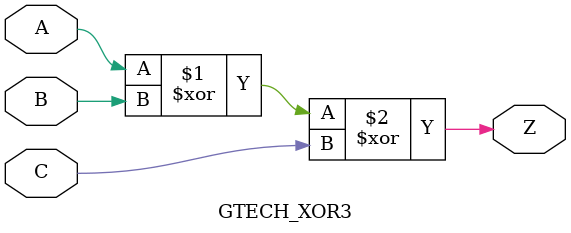
<source format=v>



module GTECH_XOR3 (A, B, C, Z);  
	input A, B, C;
	output Z;

	assign Z = A ^ B ^ C;
endmodule




</source>
